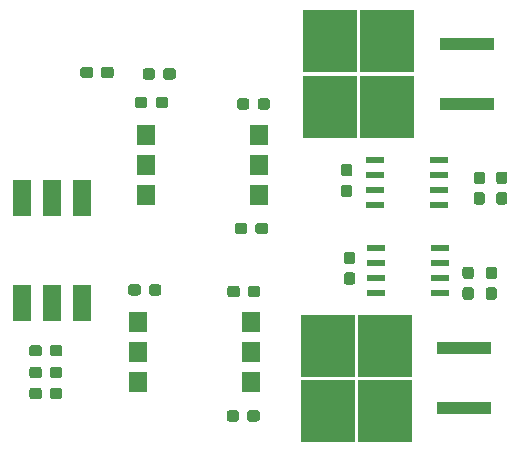
<source format=gbr>
G04 #@! TF.GenerationSoftware,KiCad,Pcbnew,5.0.0+dfsg1-2*
G04 #@! TF.CreationDate,2018-11-18T20:59:02-06:00*
G04 #@! TF.ProjectId,dimmer-2ch,64696D6D65722D3263682E6B69636164,rev?*
G04 #@! TF.SameCoordinates,Original*
G04 #@! TF.FileFunction,Paste,Top*
G04 #@! TF.FilePolarity,Positive*
%FSLAX46Y46*%
G04 Gerber Fmt 4.6, Leading zero omitted, Abs format (unit mm)*
G04 Created by KiCad (PCBNEW 5.0.0+dfsg1-2) date Sun Nov 18 20:59:02 2018*
%MOMM*%
%LPD*%
G01*
G04 APERTURE LIST*
%ADD10R,1.550000X0.600000*%
%ADD11R,4.550000X5.250000*%
%ADD12R,4.600000X1.100000*%
%ADD13R,1.600000X3.100000*%
%ADD14C,0.100000*%
%ADD15C,0.950000*%
%ADD16R,1.500000X1.780000*%
G04 APERTURE END LIST*
D10*
G04 #@! TO.C,U4*
X158780500Y-101155500D03*
X158780500Y-99885500D03*
X158780500Y-98615500D03*
X158780500Y-97345500D03*
X164180500Y-97345500D03*
X164180500Y-98615500D03*
X164180500Y-99885500D03*
X164180500Y-101155500D03*
G04 #@! TD*
D11*
G04 #@! TO.C,D2*
X159768500Y-87268000D03*
X154918500Y-92818000D03*
X159768500Y-92818000D03*
X154918500Y-87268000D03*
D12*
X166493500Y-87503000D03*
X166493500Y-92583000D03*
G04 #@! TD*
D10*
G04 #@! TO.C,U1*
X158844000Y-108585000D03*
X158844000Y-107315000D03*
X158844000Y-106045000D03*
X158844000Y-104775000D03*
X164244000Y-104775000D03*
X164244000Y-106045000D03*
X164244000Y-107315000D03*
X164244000Y-108585000D03*
G04 #@! TD*
D13*
G04 #@! TO.C,U3*
X133921500Y-109474000D03*
X128841500Y-100584000D03*
X131381500Y-109474000D03*
X131381500Y-100584000D03*
X128841500Y-109474000D03*
X133921500Y-100584000D03*
G04 #@! TD*
D14*
G04 #@! TO.C,C4*
G36*
X167837279Y-100060144D02*
X167860334Y-100063563D01*
X167882943Y-100069227D01*
X167904887Y-100077079D01*
X167925957Y-100087044D01*
X167945948Y-100099026D01*
X167964668Y-100112910D01*
X167981938Y-100128562D01*
X167997590Y-100145832D01*
X168011474Y-100164552D01*
X168023456Y-100184543D01*
X168033421Y-100205613D01*
X168041273Y-100227557D01*
X168046937Y-100250166D01*
X168050356Y-100273221D01*
X168051500Y-100296500D01*
X168051500Y-100871500D01*
X168050356Y-100894779D01*
X168046937Y-100917834D01*
X168041273Y-100940443D01*
X168033421Y-100962387D01*
X168023456Y-100983457D01*
X168011474Y-101003448D01*
X167997590Y-101022168D01*
X167981938Y-101039438D01*
X167964668Y-101055090D01*
X167945948Y-101068974D01*
X167925957Y-101080956D01*
X167904887Y-101090921D01*
X167882943Y-101098773D01*
X167860334Y-101104437D01*
X167837279Y-101107856D01*
X167814000Y-101109000D01*
X167339000Y-101109000D01*
X167315721Y-101107856D01*
X167292666Y-101104437D01*
X167270057Y-101098773D01*
X167248113Y-101090921D01*
X167227043Y-101080956D01*
X167207052Y-101068974D01*
X167188332Y-101055090D01*
X167171062Y-101039438D01*
X167155410Y-101022168D01*
X167141526Y-101003448D01*
X167129544Y-100983457D01*
X167119579Y-100962387D01*
X167111727Y-100940443D01*
X167106063Y-100917834D01*
X167102644Y-100894779D01*
X167101500Y-100871500D01*
X167101500Y-100296500D01*
X167102644Y-100273221D01*
X167106063Y-100250166D01*
X167111727Y-100227557D01*
X167119579Y-100205613D01*
X167129544Y-100184543D01*
X167141526Y-100164552D01*
X167155410Y-100145832D01*
X167171062Y-100128562D01*
X167188332Y-100112910D01*
X167207052Y-100099026D01*
X167227043Y-100087044D01*
X167248113Y-100077079D01*
X167270057Y-100069227D01*
X167292666Y-100063563D01*
X167315721Y-100060144D01*
X167339000Y-100059000D01*
X167814000Y-100059000D01*
X167837279Y-100060144D01*
X167837279Y-100060144D01*
G37*
D15*
X167576500Y-100584000D03*
D14*
G36*
X167837279Y-98310144D02*
X167860334Y-98313563D01*
X167882943Y-98319227D01*
X167904887Y-98327079D01*
X167925957Y-98337044D01*
X167945948Y-98349026D01*
X167964668Y-98362910D01*
X167981938Y-98378562D01*
X167997590Y-98395832D01*
X168011474Y-98414552D01*
X168023456Y-98434543D01*
X168033421Y-98455613D01*
X168041273Y-98477557D01*
X168046937Y-98500166D01*
X168050356Y-98523221D01*
X168051500Y-98546500D01*
X168051500Y-99121500D01*
X168050356Y-99144779D01*
X168046937Y-99167834D01*
X168041273Y-99190443D01*
X168033421Y-99212387D01*
X168023456Y-99233457D01*
X168011474Y-99253448D01*
X167997590Y-99272168D01*
X167981938Y-99289438D01*
X167964668Y-99305090D01*
X167945948Y-99318974D01*
X167925957Y-99330956D01*
X167904887Y-99340921D01*
X167882943Y-99348773D01*
X167860334Y-99354437D01*
X167837279Y-99357856D01*
X167814000Y-99359000D01*
X167339000Y-99359000D01*
X167315721Y-99357856D01*
X167292666Y-99354437D01*
X167270057Y-99348773D01*
X167248113Y-99340921D01*
X167227043Y-99330956D01*
X167207052Y-99318974D01*
X167188332Y-99305090D01*
X167171062Y-99289438D01*
X167155410Y-99272168D01*
X167141526Y-99253448D01*
X167129544Y-99233457D01*
X167119579Y-99212387D01*
X167111727Y-99190443D01*
X167106063Y-99167834D01*
X167102644Y-99144779D01*
X167101500Y-99121500D01*
X167101500Y-98546500D01*
X167102644Y-98523221D01*
X167106063Y-98500166D01*
X167111727Y-98477557D01*
X167119579Y-98455613D01*
X167129544Y-98434543D01*
X167141526Y-98414552D01*
X167155410Y-98395832D01*
X167171062Y-98378562D01*
X167188332Y-98362910D01*
X167207052Y-98349026D01*
X167227043Y-98337044D01*
X167248113Y-98327079D01*
X167270057Y-98319227D01*
X167292666Y-98313563D01*
X167315721Y-98310144D01*
X167339000Y-98309000D01*
X167814000Y-98309000D01*
X167837279Y-98310144D01*
X167837279Y-98310144D01*
G37*
D15*
X167576500Y-98834000D03*
G04 #@! TD*
D14*
G04 #@! TO.C,C3*
G36*
X156597779Y-97675144D02*
X156620834Y-97678563D01*
X156643443Y-97684227D01*
X156665387Y-97692079D01*
X156686457Y-97702044D01*
X156706448Y-97714026D01*
X156725168Y-97727910D01*
X156742438Y-97743562D01*
X156758090Y-97760832D01*
X156771974Y-97779552D01*
X156783956Y-97799543D01*
X156793921Y-97820613D01*
X156801773Y-97842557D01*
X156807437Y-97865166D01*
X156810856Y-97888221D01*
X156812000Y-97911500D01*
X156812000Y-98486500D01*
X156810856Y-98509779D01*
X156807437Y-98532834D01*
X156801773Y-98555443D01*
X156793921Y-98577387D01*
X156783956Y-98598457D01*
X156771974Y-98618448D01*
X156758090Y-98637168D01*
X156742438Y-98654438D01*
X156725168Y-98670090D01*
X156706448Y-98683974D01*
X156686457Y-98695956D01*
X156665387Y-98705921D01*
X156643443Y-98713773D01*
X156620834Y-98719437D01*
X156597779Y-98722856D01*
X156574500Y-98724000D01*
X156099500Y-98724000D01*
X156076221Y-98722856D01*
X156053166Y-98719437D01*
X156030557Y-98713773D01*
X156008613Y-98705921D01*
X155987543Y-98695956D01*
X155967552Y-98683974D01*
X155948832Y-98670090D01*
X155931562Y-98654438D01*
X155915910Y-98637168D01*
X155902026Y-98618448D01*
X155890044Y-98598457D01*
X155880079Y-98577387D01*
X155872227Y-98555443D01*
X155866563Y-98532834D01*
X155863144Y-98509779D01*
X155862000Y-98486500D01*
X155862000Y-97911500D01*
X155863144Y-97888221D01*
X155866563Y-97865166D01*
X155872227Y-97842557D01*
X155880079Y-97820613D01*
X155890044Y-97799543D01*
X155902026Y-97779552D01*
X155915910Y-97760832D01*
X155931562Y-97743562D01*
X155948832Y-97727910D01*
X155967552Y-97714026D01*
X155987543Y-97702044D01*
X156008613Y-97692079D01*
X156030557Y-97684227D01*
X156053166Y-97678563D01*
X156076221Y-97675144D01*
X156099500Y-97674000D01*
X156574500Y-97674000D01*
X156597779Y-97675144D01*
X156597779Y-97675144D01*
G37*
D15*
X156337000Y-98199000D03*
D14*
G36*
X156597779Y-99425144D02*
X156620834Y-99428563D01*
X156643443Y-99434227D01*
X156665387Y-99442079D01*
X156686457Y-99452044D01*
X156706448Y-99464026D01*
X156725168Y-99477910D01*
X156742438Y-99493562D01*
X156758090Y-99510832D01*
X156771974Y-99529552D01*
X156783956Y-99549543D01*
X156793921Y-99570613D01*
X156801773Y-99592557D01*
X156807437Y-99615166D01*
X156810856Y-99638221D01*
X156812000Y-99661500D01*
X156812000Y-100236500D01*
X156810856Y-100259779D01*
X156807437Y-100282834D01*
X156801773Y-100305443D01*
X156793921Y-100327387D01*
X156783956Y-100348457D01*
X156771974Y-100368448D01*
X156758090Y-100387168D01*
X156742438Y-100404438D01*
X156725168Y-100420090D01*
X156706448Y-100433974D01*
X156686457Y-100445956D01*
X156665387Y-100455921D01*
X156643443Y-100463773D01*
X156620834Y-100469437D01*
X156597779Y-100472856D01*
X156574500Y-100474000D01*
X156099500Y-100474000D01*
X156076221Y-100472856D01*
X156053166Y-100469437D01*
X156030557Y-100463773D01*
X156008613Y-100455921D01*
X155987543Y-100445956D01*
X155967552Y-100433974D01*
X155948832Y-100420090D01*
X155931562Y-100404438D01*
X155915910Y-100387168D01*
X155902026Y-100368448D01*
X155890044Y-100348457D01*
X155880079Y-100327387D01*
X155872227Y-100305443D01*
X155866563Y-100282834D01*
X155863144Y-100259779D01*
X155862000Y-100236500D01*
X155862000Y-99661500D01*
X155863144Y-99638221D01*
X155866563Y-99615166D01*
X155872227Y-99592557D01*
X155880079Y-99570613D01*
X155890044Y-99549543D01*
X155902026Y-99529552D01*
X155915910Y-99510832D01*
X155931562Y-99493562D01*
X155948832Y-99477910D01*
X155967552Y-99464026D01*
X155987543Y-99452044D01*
X156008613Y-99442079D01*
X156030557Y-99434227D01*
X156053166Y-99428563D01*
X156076221Y-99425144D01*
X156099500Y-99424000D01*
X156574500Y-99424000D01*
X156597779Y-99425144D01*
X156597779Y-99425144D01*
G37*
D15*
X156337000Y-99949000D03*
G04 #@! TD*
D14*
G04 #@! TO.C,C2*
G36*
X166884779Y-108110644D02*
X166907834Y-108114063D01*
X166930443Y-108119727D01*
X166952387Y-108127579D01*
X166973457Y-108137544D01*
X166993448Y-108149526D01*
X167012168Y-108163410D01*
X167029438Y-108179062D01*
X167045090Y-108196332D01*
X167058974Y-108215052D01*
X167070956Y-108235043D01*
X167080921Y-108256113D01*
X167088773Y-108278057D01*
X167094437Y-108300666D01*
X167097856Y-108323721D01*
X167099000Y-108347000D01*
X167099000Y-108922000D01*
X167097856Y-108945279D01*
X167094437Y-108968334D01*
X167088773Y-108990943D01*
X167080921Y-109012887D01*
X167070956Y-109033957D01*
X167058974Y-109053948D01*
X167045090Y-109072668D01*
X167029438Y-109089938D01*
X167012168Y-109105590D01*
X166993448Y-109119474D01*
X166973457Y-109131456D01*
X166952387Y-109141421D01*
X166930443Y-109149273D01*
X166907834Y-109154937D01*
X166884779Y-109158356D01*
X166861500Y-109159500D01*
X166386500Y-109159500D01*
X166363221Y-109158356D01*
X166340166Y-109154937D01*
X166317557Y-109149273D01*
X166295613Y-109141421D01*
X166274543Y-109131456D01*
X166254552Y-109119474D01*
X166235832Y-109105590D01*
X166218562Y-109089938D01*
X166202910Y-109072668D01*
X166189026Y-109053948D01*
X166177044Y-109033957D01*
X166167079Y-109012887D01*
X166159227Y-108990943D01*
X166153563Y-108968334D01*
X166150144Y-108945279D01*
X166149000Y-108922000D01*
X166149000Y-108347000D01*
X166150144Y-108323721D01*
X166153563Y-108300666D01*
X166159227Y-108278057D01*
X166167079Y-108256113D01*
X166177044Y-108235043D01*
X166189026Y-108215052D01*
X166202910Y-108196332D01*
X166218562Y-108179062D01*
X166235832Y-108163410D01*
X166254552Y-108149526D01*
X166274543Y-108137544D01*
X166295613Y-108127579D01*
X166317557Y-108119727D01*
X166340166Y-108114063D01*
X166363221Y-108110644D01*
X166386500Y-108109500D01*
X166861500Y-108109500D01*
X166884779Y-108110644D01*
X166884779Y-108110644D01*
G37*
D15*
X166624000Y-108634500D03*
D14*
G36*
X166884779Y-106360644D02*
X166907834Y-106364063D01*
X166930443Y-106369727D01*
X166952387Y-106377579D01*
X166973457Y-106387544D01*
X166993448Y-106399526D01*
X167012168Y-106413410D01*
X167029438Y-106429062D01*
X167045090Y-106446332D01*
X167058974Y-106465052D01*
X167070956Y-106485043D01*
X167080921Y-106506113D01*
X167088773Y-106528057D01*
X167094437Y-106550666D01*
X167097856Y-106573721D01*
X167099000Y-106597000D01*
X167099000Y-107172000D01*
X167097856Y-107195279D01*
X167094437Y-107218334D01*
X167088773Y-107240943D01*
X167080921Y-107262887D01*
X167070956Y-107283957D01*
X167058974Y-107303948D01*
X167045090Y-107322668D01*
X167029438Y-107339938D01*
X167012168Y-107355590D01*
X166993448Y-107369474D01*
X166973457Y-107381456D01*
X166952387Y-107391421D01*
X166930443Y-107399273D01*
X166907834Y-107404937D01*
X166884779Y-107408356D01*
X166861500Y-107409500D01*
X166386500Y-107409500D01*
X166363221Y-107408356D01*
X166340166Y-107404937D01*
X166317557Y-107399273D01*
X166295613Y-107391421D01*
X166274543Y-107381456D01*
X166254552Y-107369474D01*
X166235832Y-107355590D01*
X166218562Y-107339938D01*
X166202910Y-107322668D01*
X166189026Y-107303948D01*
X166177044Y-107283957D01*
X166167079Y-107262887D01*
X166159227Y-107240943D01*
X166153563Y-107218334D01*
X166150144Y-107195279D01*
X166149000Y-107172000D01*
X166149000Y-106597000D01*
X166150144Y-106573721D01*
X166153563Y-106550666D01*
X166159227Y-106528057D01*
X166167079Y-106506113D01*
X166177044Y-106485043D01*
X166189026Y-106465052D01*
X166202910Y-106446332D01*
X166218562Y-106429062D01*
X166235832Y-106413410D01*
X166254552Y-106399526D01*
X166274543Y-106387544D01*
X166295613Y-106377579D01*
X166317557Y-106369727D01*
X166340166Y-106364063D01*
X166363221Y-106360644D01*
X166386500Y-106359500D01*
X166861500Y-106359500D01*
X166884779Y-106360644D01*
X166884779Y-106360644D01*
G37*
D15*
X166624000Y-106884500D03*
G04 #@! TD*
D14*
G04 #@! TO.C,C1*
G36*
X156851779Y-105090644D02*
X156874834Y-105094063D01*
X156897443Y-105099727D01*
X156919387Y-105107579D01*
X156940457Y-105117544D01*
X156960448Y-105129526D01*
X156979168Y-105143410D01*
X156996438Y-105159062D01*
X157012090Y-105176332D01*
X157025974Y-105195052D01*
X157037956Y-105215043D01*
X157047921Y-105236113D01*
X157055773Y-105258057D01*
X157061437Y-105280666D01*
X157064856Y-105303721D01*
X157066000Y-105327000D01*
X157066000Y-105902000D01*
X157064856Y-105925279D01*
X157061437Y-105948334D01*
X157055773Y-105970943D01*
X157047921Y-105992887D01*
X157037956Y-106013957D01*
X157025974Y-106033948D01*
X157012090Y-106052668D01*
X156996438Y-106069938D01*
X156979168Y-106085590D01*
X156960448Y-106099474D01*
X156940457Y-106111456D01*
X156919387Y-106121421D01*
X156897443Y-106129273D01*
X156874834Y-106134937D01*
X156851779Y-106138356D01*
X156828500Y-106139500D01*
X156353500Y-106139500D01*
X156330221Y-106138356D01*
X156307166Y-106134937D01*
X156284557Y-106129273D01*
X156262613Y-106121421D01*
X156241543Y-106111456D01*
X156221552Y-106099474D01*
X156202832Y-106085590D01*
X156185562Y-106069938D01*
X156169910Y-106052668D01*
X156156026Y-106033948D01*
X156144044Y-106013957D01*
X156134079Y-105992887D01*
X156126227Y-105970943D01*
X156120563Y-105948334D01*
X156117144Y-105925279D01*
X156116000Y-105902000D01*
X156116000Y-105327000D01*
X156117144Y-105303721D01*
X156120563Y-105280666D01*
X156126227Y-105258057D01*
X156134079Y-105236113D01*
X156144044Y-105215043D01*
X156156026Y-105195052D01*
X156169910Y-105176332D01*
X156185562Y-105159062D01*
X156202832Y-105143410D01*
X156221552Y-105129526D01*
X156241543Y-105117544D01*
X156262613Y-105107579D01*
X156284557Y-105099727D01*
X156307166Y-105094063D01*
X156330221Y-105090644D01*
X156353500Y-105089500D01*
X156828500Y-105089500D01*
X156851779Y-105090644D01*
X156851779Y-105090644D01*
G37*
D15*
X156591000Y-105614500D03*
D14*
G36*
X156851779Y-106840644D02*
X156874834Y-106844063D01*
X156897443Y-106849727D01*
X156919387Y-106857579D01*
X156940457Y-106867544D01*
X156960448Y-106879526D01*
X156979168Y-106893410D01*
X156996438Y-106909062D01*
X157012090Y-106926332D01*
X157025974Y-106945052D01*
X157037956Y-106965043D01*
X157047921Y-106986113D01*
X157055773Y-107008057D01*
X157061437Y-107030666D01*
X157064856Y-107053721D01*
X157066000Y-107077000D01*
X157066000Y-107652000D01*
X157064856Y-107675279D01*
X157061437Y-107698334D01*
X157055773Y-107720943D01*
X157047921Y-107742887D01*
X157037956Y-107763957D01*
X157025974Y-107783948D01*
X157012090Y-107802668D01*
X156996438Y-107819938D01*
X156979168Y-107835590D01*
X156960448Y-107849474D01*
X156940457Y-107861456D01*
X156919387Y-107871421D01*
X156897443Y-107879273D01*
X156874834Y-107884937D01*
X156851779Y-107888356D01*
X156828500Y-107889500D01*
X156353500Y-107889500D01*
X156330221Y-107888356D01*
X156307166Y-107884937D01*
X156284557Y-107879273D01*
X156262613Y-107871421D01*
X156241543Y-107861456D01*
X156221552Y-107849474D01*
X156202832Y-107835590D01*
X156185562Y-107819938D01*
X156169910Y-107802668D01*
X156156026Y-107783948D01*
X156144044Y-107763957D01*
X156134079Y-107742887D01*
X156126227Y-107720943D01*
X156120563Y-107698334D01*
X156117144Y-107675279D01*
X156116000Y-107652000D01*
X156116000Y-107077000D01*
X156117144Y-107053721D01*
X156120563Y-107030666D01*
X156126227Y-107008057D01*
X156134079Y-106986113D01*
X156144044Y-106965043D01*
X156156026Y-106945052D01*
X156169910Y-106926332D01*
X156185562Y-106909062D01*
X156202832Y-106893410D01*
X156221552Y-106879526D01*
X156241543Y-106867544D01*
X156262613Y-106857579D01*
X156284557Y-106849727D01*
X156307166Y-106844063D01*
X156330221Y-106840644D01*
X156353500Y-106839500D01*
X156828500Y-106839500D01*
X156851779Y-106840644D01*
X156851779Y-106840644D01*
G37*
D15*
X156591000Y-107364500D03*
G04 #@! TD*
D14*
G04 #@! TO.C,R13*
G36*
X169742279Y-98310144D02*
X169765334Y-98313563D01*
X169787943Y-98319227D01*
X169809887Y-98327079D01*
X169830957Y-98337044D01*
X169850948Y-98349026D01*
X169869668Y-98362910D01*
X169886938Y-98378562D01*
X169902590Y-98395832D01*
X169916474Y-98414552D01*
X169928456Y-98434543D01*
X169938421Y-98455613D01*
X169946273Y-98477557D01*
X169951937Y-98500166D01*
X169955356Y-98523221D01*
X169956500Y-98546500D01*
X169956500Y-99121500D01*
X169955356Y-99144779D01*
X169951937Y-99167834D01*
X169946273Y-99190443D01*
X169938421Y-99212387D01*
X169928456Y-99233457D01*
X169916474Y-99253448D01*
X169902590Y-99272168D01*
X169886938Y-99289438D01*
X169869668Y-99305090D01*
X169850948Y-99318974D01*
X169830957Y-99330956D01*
X169809887Y-99340921D01*
X169787943Y-99348773D01*
X169765334Y-99354437D01*
X169742279Y-99357856D01*
X169719000Y-99359000D01*
X169244000Y-99359000D01*
X169220721Y-99357856D01*
X169197666Y-99354437D01*
X169175057Y-99348773D01*
X169153113Y-99340921D01*
X169132043Y-99330956D01*
X169112052Y-99318974D01*
X169093332Y-99305090D01*
X169076062Y-99289438D01*
X169060410Y-99272168D01*
X169046526Y-99253448D01*
X169034544Y-99233457D01*
X169024579Y-99212387D01*
X169016727Y-99190443D01*
X169011063Y-99167834D01*
X169007644Y-99144779D01*
X169006500Y-99121500D01*
X169006500Y-98546500D01*
X169007644Y-98523221D01*
X169011063Y-98500166D01*
X169016727Y-98477557D01*
X169024579Y-98455613D01*
X169034544Y-98434543D01*
X169046526Y-98414552D01*
X169060410Y-98395832D01*
X169076062Y-98378562D01*
X169093332Y-98362910D01*
X169112052Y-98349026D01*
X169132043Y-98337044D01*
X169153113Y-98327079D01*
X169175057Y-98319227D01*
X169197666Y-98313563D01*
X169220721Y-98310144D01*
X169244000Y-98309000D01*
X169719000Y-98309000D01*
X169742279Y-98310144D01*
X169742279Y-98310144D01*
G37*
D15*
X169481500Y-98834000D03*
D14*
G36*
X169742279Y-100060144D02*
X169765334Y-100063563D01*
X169787943Y-100069227D01*
X169809887Y-100077079D01*
X169830957Y-100087044D01*
X169850948Y-100099026D01*
X169869668Y-100112910D01*
X169886938Y-100128562D01*
X169902590Y-100145832D01*
X169916474Y-100164552D01*
X169928456Y-100184543D01*
X169938421Y-100205613D01*
X169946273Y-100227557D01*
X169951937Y-100250166D01*
X169955356Y-100273221D01*
X169956500Y-100296500D01*
X169956500Y-100871500D01*
X169955356Y-100894779D01*
X169951937Y-100917834D01*
X169946273Y-100940443D01*
X169938421Y-100962387D01*
X169928456Y-100983457D01*
X169916474Y-101003448D01*
X169902590Y-101022168D01*
X169886938Y-101039438D01*
X169869668Y-101055090D01*
X169850948Y-101068974D01*
X169830957Y-101080956D01*
X169809887Y-101090921D01*
X169787943Y-101098773D01*
X169765334Y-101104437D01*
X169742279Y-101107856D01*
X169719000Y-101109000D01*
X169244000Y-101109000D01*
X169220721Y-101107856D01*
X169197666Y-101104437D01*
X169175057Y-101098773D01*
X169153113Y-101090921D01*
X169132043Y-101080956D01*
X169112052Y-101068974D01*
X169093332Y-101055090D01*
X169076062Y-101039438D01*
X169060410Y-101022168D01*
X169046526Y-101003448D01*
X169034544Y-100983457D01*
X169024579Y-100962387D01*
X169016727Y-100940443D01*
X169011063Y-100917834D01*
X169007644Y-100894779D01*
X169006500Y-100871500D01*
X169006500Y-100296500D01*
X169007644Y-100273221D01*
X169011063Y-100250166D01*
X169016727Y-100227557D01*
X169024579Y-100205613D01*
X169034544Y-100184543D01*
X169046526Y-100164552D01*
X169060410Y-100145832D01*
X169076062Y-100128562D01*
X169093332Y-100112910D01*
X169112052Y-100099026D01*
X169132043Y-100087044D01*
X169153113Y-100077079D01*
X169175057Y-100069227D01*
X169197666Y-100063563D01*
X169220721Y-100060144D01*
X169244000Y-100059000D01*
X169719000Y-100059000D01*
X169742279Y-100060144D01*
X169742279Y-100060144D01*
G37*
D15*
X169481500Y-100584000D03*
G04 #@! TD*
D14*
G04 #@! TO.C,R11*
G36*
X147884779Y-92109144D02*
X147907834Y-92112563D01*
X147930443Y-92118227D01*
X147952387Y-92126079D01*
X147973457Y-92136044D01*
X147993448Y-92148026D01*
X148012168Y-92161910D01*
X148029438Y-92177562D01*
X148045090Y-92194832D01*
X148058974Y-92213552D01*
X148070956Y-92233543D01*
X148080921Y-92254613D01*
X148088773Y-92276557D01*
X148094437Y-92299166D01*
X148097856Y-92322221D01*
X148099000Y-92345500D01*
X148099000Y-92820500D01*
X148097856Y-92843779D01*
X148094437Y-92866834D01*
X148088773Y-92889443D01*
X148080921Y-92911387D01*
X148070956Y-92932457D01*
X148058974Y-92952448D01*
X148045090Y-92971168D01*
X148029438Y-92988438D01*
X148012168Y-93004090D01*
X147993448Y-93017974D01*
X147973457Y-93029956D01*
X147952387Y-93039921D01*
X147930443Y-93047773D01*
X147907834Y-93053437D01*
X147884779Y-93056856D01*
X147861500Y-93058000D01*
X147286500Y-93058000D01*
X147263221Y-93056856D01*
X147240166Y-93053437D01*
X147217557Y-93047773D01*
X147195613Y-93039921D01*
X147174543Y-93029956D01*
X147154552Y-93017974D01*
X147135832Y-93004090D01*
X147118562Y-92988438D01*
X147102910Y-92971168D01*
X147089026Y-92952448D01*
X147077044Y-92932457D01*
X147067079Y-92911387D01*
X147059227Y-92889443D01*
X147053563Y-92866834D01*
X147050144Y-92843779D01*
X147049000Y-92820500D01*
X147049000Y-92345500D01*
X147050144Y-92322221D01*
X147053563Y-92299166D01*
X147059227Y-92276557D01*
X147067079Y-92254613D01*
X147077044Y-92233543D01*
X147089026Y-92213552D01*
X147102910Y-92194832D01*
X147118562Y-92177562D01*
X147135832Y-92161910D01*
X147154552Y-92148026D01*
X147174543Y-92136044D01*
X147195613Y-92126079D01*
X147217557Y-92118227D01*
X147240166Y-92112563D01*
X147263221Y-92109144D01*
X147286500Y-92108000D01*
X147861500Y-92108000D01*
X147884779Y-92109144D01*
X147884779Y-92109144D01*
G37*
D15*
X147574000Y-92583000D03*
D14*
G36*
X149634779Y-92109144D02*
X149657834Y-92112563D01*
X149680443Y-92118227D01*
X149702387Y-92126079D01*
X149723457Y-92136044D01*
X149743448Y-92148026D01*
X149762168Y-92161910D01*
X149779438Y-92177562D01*
X149795090Y-92194832D01*
X149808974Y-92213552D01*
X149820956Y-92233543D01*
X149830921Y-92254613D01*
X149838773Y-92276557D01*
X149844437Y-92299166D01*
X149847856Y-92322221D01*
X149849000Y-92345500D01*
X149849000Y-92820500D01*
X149847856Y-92843779D01*
X149844437Y-92866834D01*
X149838773Y-92889443D01*
X149830921Y-92911387D01*
X149820956Y-92932457D01*
X149808974Y-92952448D01*
X149795090Y-92971168D01*
X149779438Y-92988438D01*
X149762168Y-93004090D01*
X149743448Y-93017974D01*
X149723457Y-93029956D01*
X149702387Y-93039921D01*
X149680443Y-93047773D01*
X149657834Y-93053437D01*
X149634779Y-93056856D01*
X149611500Y-93058000D01*
X149036500Y-93058000D01*
X149013221Y-93056856D01*
X148990166Y-93053437D01*
X148967557Y-93047773D01*
X148945613Y-93039921D01*
X148924543Y-93029956D01*
X148904552Y-93017974D01*
X148885832Y-93004090D01*
X148868562Y-92988438D01*
X148852910Y-92971168D01*
X148839026Y-92952448D01*
X148827044Y-92932457D01*
X148817079Y-92911387D01*
X148809227Y-92889443D01*
X148803563Y-92866834D01*
X148800144Y-92843779D01*
X148799000Y-92820500D01*
X148799000Y-92345500D01*
X148800144Y-92322221D01*
X148803563Y-92299166D01*
X148809227Y-92276557D01*
X148817079Y-92254613D01*
X148827044Y-92233543D01*
X148839026Y-92213552D01*
X148852910Y-92194832D01*
X148868562Y-92177562D01*
X148885832Y-92161910D01*
X148904552Y-92148026D01*
X148924543Y-92136044D01*
X148945613Y-92126079D01*
X148967557Y-92118227D01*
X148990166Y-92112563D01*
X149013221Y-92109144D01*
X149036500Y-92108000D01*
X149611500Y-92108000D01*
X149634779Y-92109144D01*
X149634779Y-92109144D01*
G37*
D15*
X149324000Y-92583000D03*
G04 #@! TD*
D14*
G04 #@! TO.C,R9*
G36*
X132059279Y-114842144D02*
X132082334Y-114845563D01*
X132104943Y-114851227D01*
X132126887Y-114859079D01*
X132147957Y-114869044D01*
X132167948Y-114881026D01*
X132186668Y-114894910D01*
X132203938Y-114910562D01*
X132219590Y-114927832D01*
X132233474Y-114946552D01*
X132245456Y-114966543D01*
X132255421Y-114987613D01*
X132263273Y-115009557D01*
X132268937Y-115032166D01*
X132272356Y-115055221D01*
X132273500Y-115078500D01*
X132273500Y-115553500D01*
X132272356Y-115576779D01*
X132268937Y-115599834D01*
X132263273Y-115622443D01*
X132255421Y-115644387D01*
X132245456Y-115665457D01*
X132233474Y-115685448D01*
X132219590Y-115704168D01*
X132203938Y-115721438D01*
X132186668Y-115737090D01*
X132167948Y-115750974D01*
X132147957Y-115762956D01*
X132126887Y-115772921D01*
X132104943Y-115780773D01*
X132082334Y-115786437D01*
X132059279Y-115789856D01*
X132036000Y-115791000D01*
X131461000Y-115791000D01*
X131437721Y-115789856D01*
X131414666Y-115786437D01*
X131392057Y-115780773D01*
X131370113Y-115772921D01*
X131349043Y-115762956D01*
X131329052Y-115750974D01*
X131310332Y-115737090D01*
X131293062Y-115721438D01*
X131277410Y-115704168D01*
X131263526Y-115685448D01*
X131251544Y-115665457D01*
X131241579Y-115644387D01*
X131233727Y-115622443D01*
X131228063Y-115599834D01*
X131224644Y-115576779D01*
X131223500Y-115553500D01*
X131223500Y-115078500D01*
X131224644Y-115055221D01*
X131228063Y-115032166D01*
X131233727Y-115009557D01*
X131241579Y-114987613D01*
X131251544Y-114966543D01*
X131263526Y-114946552D01*
X131277410Y-114927832D01*
X131293062Y-114910562D01*
X131310332Y-114894910D01*
X131329052Y-114881026D01*
X131349043Y-114869044D01*
X131370113Y-114859079D01*
X131392057Y-114851227D01*
X131414666Y-114845563D01*
X131437721Y-114842144D01*
X131461000Y-114841000D01*
X132036000Y-114841000D01*
X132059279Y-114842144D01*
X132059279Y-114842144D01*
G37*
D15*
X131748500Y-115316000D03*
D14*
G36*
X130309279Y-114842144D02*
X130332334Y-114845563D01*
X130354943Y-114851227D01*
X130376887Y-114859079D01*
X130397957Y-114869044D01*
X130417948Y-114881026D01*
X130436668Y-114894910D01*
X130453938Y-114910562D01*
X130469590Y-114927832D01*
X130483474Y-114946552D01*
X130495456Y-114966543D01*
X130505421Y-114987613D01*
X130513273Y-115009557D01*
X130518937Y-115032166D01*
X130522356Y-115055221D01*
X130523500Y-115078500D01*
X130523500Y-115553500D01*
X130522356Y-115576779D01*
X130518937Y-115599834D01*
X130513273Y-115622443D01*
X130505421Y-115644387D01*
X130495456Y-115665457D01*
X130483474Y-115685448D01*
X130469590Y-115704168D01*
X130453938Y-115721438D01*
X130436668Y-115737090D01*
X130417948Y-115750974D01*
X130397957Y-115762956D01*
X130376887Y-115772921D01*
X130354943Y-115780773D01*
X130332334Y-115786437D01*
X130309279Y-115789856D01*
X130286000Y-115791000D01*
X129711000Y-115791000D01*
X129687721Y-115789856D01*
X129664666Y-115786437D01*
X129642057Y-115780773D01*
X129620113Y-115772921D01*
X129599043Y-115762956D01*
X129579052Y-115750974D01*
X129560332Y-115737090D01*
X129543062Y-115721438D01*
X129527410Y-115704168D01*
X129513526Y-115685448D01*
X129501544Y-115665457D01*
X129491579Y-115644387D01*
X129483727Y-115622443D01*
X129478063Y-115599834D01*
X129474644Y-115576779D01*
X129473500Y-115553500D01*
X129473500Y-115078500D01*
X129474644Y-115055221D01*
X129478063Y-115032166D01*
X129483727Y-115009557D01*
X129491579Y-114987613D01*
X129501544Y-114966543D01*
X129513526Y-114946552D01*
X129527410Y-114927832D01*
X129543062Y-114910562D01*
X129560332Y-114894910D01*
X129579052Y-114881026D01*
X129599043Y-114869044D01*
X129620113Y-114859079D01*
X129642057Y-114851227D01*
X129664666Y-114845563D01*
X129687721Y-114842144D01*
X129711000Y-114841000D01*
X130286000Y-114841000D01*
X130309279Y-114842144D01*
X130309279Y-114842144D01*
G37*
D15*
X129998500Y-115316000D03*
G04 #@! TD*
D14*
G04 #@! TO.C,R8*
G36*
X130309279Y-116620144D02*
X130332334Y-116623563D01*
X130354943Y-116629227D01*
X130376887Y-116637079D01*
X130397957Y-116647044D01*
X130417948Y-116659026D01*
X130436668Y-116672910D01*
X130453938Y-116688562D01*
X130469590Y-116705832D01*
X130483474Y-116724552D01*
X130495456Y-116744543D01*
X130505421Y-116765613D01*
X130513273Y-116787557D01*
X130518937Y-116810166D01*
X130522356Y-116833221D01*
X130523500Y-116856500D01*
X130523500Y-117331500D01*
X130522356Y-117354779D01*
X130518937Y-117377834D01*
X130513273Y-117400443D01*
X130505421Y-117422387D01*
X130495456Y-117443457D01*
X130483474Y-117463448D01*
X130469590Y-117482168D01*
X130453938Y-117499438D01*
X130436668Y-117515090D01*
X130417948Y-117528974D01*
X130397957Y-117540956D01*
X130376887Y-117550921D01*
X130354943Y-117558773D01*
X130332334Y-117564437D01*
X130309279Y-117567856D01*
X130286000Y-117569000D01*
X129711000Y-117569000D01*
X129687721Y-117567856D01*
X129664666Y-117564437D01*
X129642057Y-117558773D01*
X129620113Y-117550921D01*
X129599043Y-117540956D01*
X129579052Y-117528974D01*
X129560332Y-117515090D01*
X129543062Y-117499438D01*
X129527410Y-117482168D01*
X129513526Y-117463448D01*
X129501544Y-117443457D01*
X129491579Y-117422387D01*
X129483727Y-117400443D01*
X129478063Y-117377834D01*
X129474644Y-117354779D01*
X129473500Y-117331500D01*
X129473500Y-116856500D01*
X129474644Y-116833221D01*
X129478063Y-116810166D01*
X129483727Y-116787557D01*
X129491579Y-116765613D01*
X129501544Y-116744543D01*
X129513526Y-116724552D01*
X129527410Y-116705832D01*
X129543062Y-116688562D01*
X129560332Y-116672910D01*
X129579052Y-116659026D01*
X129599043Y-116647044D01*
X129620113Y-116637079D01*
X129642057Y-116629227D01*
X129664666Y-116623563D01*
X129687721Y-116620144D01*
X129711000Y-116619000D01*
X130286000Y-116619000D01*
X130309279Y-116620144D01*
X130309279Y-116620144D01*
G37*
D15*
X129998500Y-117094000D03*
D14*
G36*
X132059279Y-116620144D02*
X132082334Y-116623563D01*
X132104943Y-116629227D01*
X132126887Y-116637079D01*
X132147957Y-116647044D01*
X132167948Y-116659026D01*
X132186668Y-116672910D01*
X132203938Y-116688562D01*
X132219590Y-116705832D01*
X132233474Y-116724552D01*
X132245456Y-116744543D01*
X132255421Y-116765613D01*
X132263273Y-116787557D01*
X132268937Y-116810166D01*
X132272356Y-116833221D01*
X132273500Y-116856500D01*
X132273500Y-117331500D01*
X132272356Y-117354779D01*
X132268937Y-117377834D01*
X132263273Y-117400443D01*
X132255421Y-117422387D01*
X132245456Y-117443457D01*
X132233474Y-117463448D01*
X132219590Y-117482168D01*
X132203938Y-117499438D01*
X132186668Y-117515090D01*
X132167948Y-117528974D01*
X132147957Y-117540956D01*
X132126887Y-117550921D01*
X132104943Y-117558773D01*
X132082334Y-117564437D01*
X132059279Y-117567856D01*
X132036000Y-117569000D01*
X131461000Y-117569000D01*
X131437721Y-117567856D01*
X131414666Y-117564437D01*
X131392057Y-117558773D01*
X131370113Y-117550921D01*
X131349043Y-117540956D01*
X131329052Y-117528974D01*
X131310332Y-117515090D01*
X131293062Y-117499438D01*
X131277410Y-117482168D01*
X131263526Y-117463448D01*
X131251544Y-117443457D01*
X131241579Y-117422387D01*
X131233727Y-117400443D01*
X131228063Y-117377834D01*
X131224644Y-117354779D01*
X131223500Y-117331500D01*
X131223500Y-116856500D01*
X131224644Y-116833221D01*
X131228063Y-116810166D01*
X131233727Y-116787557D01*
X131241579Y-116765613D01*
X131251544Y-116744543D01*
X131263526Y-116724552D01*
X131277410Y-116705832D01*
X131293062Y-116688562D01*
X131310332Y-116672910D01*
X131329052Y-116659026D01*
X131349043Y-116647044D01*
X131370113Y-116637079D01*
X131392057Y-116629227D01*
X131414666Y-116623563D01*
X131437721Y-116620144D01*
X131461000Y-116619000D01*
X132036000Y-116619000D01*
X132059279Y-116620144D01*
X132059279Y-116620144D01*
G37*
D15*
X131748500Y-117094000D03*
G04 #@! TD*
D14*
G04 #@! TO.C,R7*
G36*
X130309279Y-113000644D02*
X130332334Y-113004063D01*
X130354943Y-113009727D01*
X130376887Y-113017579D01*
X130397957Y-113027544D01*
X130417948Y-113039526D01*
X130436668Y-113053410D01*
X130453938Y-113069062D01*
X130469590Y-113086332D01*
X130483474Y-113105052D01*
X130495456Y-113125043D01*
X130505421Y-113146113D01*
X130513273Y-113168057D01*
X130518937Y-113190666D01*
X130522356Y-113213721D01*
X130523500Y-113237000D01*
X130523500Y-113712000D01*
X130522356Y-113735279D01*
X130518937Y-113758334D01*
X130513273Y-113780943D01*
X130505421Y-113802887D01*
X130495456Y-113823957D01*
X130483474Y-113843948D01*
X130469590Y-113862668D01*
X130453938Y-113879938D01*
X130436668Y-113895590D01*
X130417948Y-113909474D01*
X130397957Y-113921456D01*
X130376887Y-113931421D01*
X130354943Y-113939273D01*
X130332334Y-113944937D01*
X130309279Y-113948356D01*
X130286000Y-113949500D01*
X129711000Y-113949500D01*
X129687721Y-113948356D01*
X129664666Y-113944937D01*
X129642057Y-113939273D01*
X129620113Y-113931421D01*
X129599043Y-113921456D01*
X129579052Y-113909474D01*
X129560332Y-113895590D01*
X129543062Y-113879938D01*
X129527410Y-113862668D01*
X129513526Y-113843948D01*
X129501544Y-113823957D01*
X129491579Y-113802887D01*
X129483727Y-113780943D01*
X129478063Y-113758334D01*
X129474644Y-113735279D01*
X129473500Y-113712000D01*
X129473500Y-113237000D01*
X129474644Y-113213721D01*
X129478063Y-113190666D01*
X129483727Y-113168057D01*
X129491579Y-113146113D01*
X129501544Y-113125043D01*
X129513526Y-113105052D01*
X129527410Y-113086332D01*
X129543062Y-113069062D01*
X129560332Y-113053410D01*
X129579052Y-113039526D01*
X129599043Y-113027544D01*
X129620113Y-113017579D01*
X129642057Y-113009727D01*
X129664666Y-113004063D01*
X129687721Y-113000644D01*
X129711000Y-112999500D01*
X130286000Y-112999500D01*
X130309279Y-113000644D01*
X130309279Y-113000644D01*
G37*
D15*
X129998500Y-113474500D03*
D14*
G36*
X132059279Y-113000644D02*
X132082334Y-113004063D01*
X132104943Y-113009727D01*
X132126887Y-113017579D01*
X132147957Y-113027544D01*
X132167948Y-113039526D01*
X132186668Y-113053410D01*
X132203938Y-113069062D01*
X132219590Y-113086332D01*
X132233474Y-113105052D01*
X132245456Y-113125043D01*
X132255421Y-113146113D01*
X132263273Y-113168057D01*
X132268937Y-113190666D01*
X132272356Y-113213721D01*
X132273500Y-113237000D01*
X132273500Y-113712000D01*
X132272356Y-113735279D01*
X132268937Y-113758334D01*
X132263273Y-113780943D01*
X132255421Y-113802887D01*
X132245456Y-113823957D01*
X132233474Y-113843948D01*
X132219590Y-113862668D01*
X132203938Y-113879938D01*
X132186668Y-113895590D01*
X132167948Y-113909474D01*
X132147957Y-113921456D01*
X132126887Y-113931421D01*
X132104943Y-113939273D01*
X132082334Y-113944937D01*
X132059279Y-113948356D01*
X132036000Y-113949500D01*
X131461000Y-113949500D01*
X131437721Y-113948356D01*
X131414666Y-113944937D01*
X131392057Y-113939273D01*
X131370113Y-113931421D01*
X131349043Y-113921456D01*
X131329052Y-113909474D01*
X131310332Y-113895590D01*
X131293062Y-113879938D01*
X131277410Y-113862668D01*
X131263526Y-113843948D01*
X131251544Y-113823957D01*
X131241579Y-113802887D01*
X131233727Y-113780943D01*
X131228063Y-113758334D01*
X131224644Y-113735279D01*
X131223500Y-113712000D01*
X131223500Y-113237000D01*
X131224644Y-113213721D01*
X131228063Y-113190666D01*
X131233727Y-113168057D01*
X131241579Y-113146113D01*
X131251544Y-113125043D01*
X131263526Y-113105052D01*
X131277410Y-113086332D01*
X131293062Y-113069062D01*
X131310332Y-113053410D01*
X131329052Y-113039526D01*
X131349043Y-113027544D01*
X131370113Y-113017579D01*
X131392057Y-113009727D01*
X131414666Y-113004063D01*
X131437721Y-113000644D01*
X131461000Y-112999500D01*
X132036000Y-112999500D01*
X132059279Y-113000644D01*
X132059279Y-113000644D01*
G37*
D15*
X131748500Y-113474500D03*
G04 #@! TD*
D14*
G04 #@! TO.C,R6*
G36*
X136391279Y-89442144D02*
X136414334Y-89445563D01*
X136436943Y-89451227D01*
X136458887Y-89459079D01*
X136479957Y-89469044D01*
X136499948Y-89481026D01*
X136518668Y-89494910D01*
X136535938Y-89510562D01*
X136551590Y-89527832D01*
X136565474Y-89546552D01*
X136577456Y-89566543D01*
X136587421Y-89587613D01*
X136595273Y-89609557D01*
X136600937Y-89632166D01*
X136604356Y-89655221D01*
X136605500Y-89678500D01*
X136605500Y-90153500D01*
X136604356Y-90176779D01*
X136600937Y-90199834D01*
X136595273Y-90222443D01*
X136587421Y-90244387D01*
X136577456Y-90265457D01*
X136565474Y-90285448D01*
X136551590Y-90304168D01*
X136535938Y-90321438D01*
X136518668Y-90337090D01*
X136499948Y-90350974D01*
X136479957Y-90362956D01*
X136458887Y-90372921D01*
X136436943Y-90380773D01*
X136414334Y-90386437D01*
X136391279Y-90389856D01*
X136368000Y-90391000D01*
X135793000Y-90391000D01*
X135769721Y-90389856D01*
X135746666Y-90386437D01*
X135724057Y-90380773D01*
X135702113Y-90372921D01*
X135681043Y-90362956D01*
X135661052Y-90350974D01*
X135642332Y-90337090D01*
X135625062Y-90321438D01*
X135609410Y-90304168D01*
X135595526Y-90285448D01*
X135583544Y-90265457D01*
X135573579Y-90244387D01*
X135565727Y-90222443D01*
X135560063Y-90199834D01*
X135556644Y-90176779D01*
X135555500Y-90153500D01*
X135555500Y-89678500D01*
X135556644Y-89655221D01*
X135560063Y-89632166D01*
X135565727Y-89609557D01*
X135573579Y-89587613D01*
X135583544Y-89566543D01*
X135595526Y-89546552D01*
X135609410Y-89527832D01*
X135625062Y-89510562D01*
X135642332Y-89494910D01*
X135661052Y-89481026D01*
X135681043Y-89469044D01*
X135702113Y-89459079D01*
X135724057Y-89451227D01*
X135746666Y-89445563D01*
X135769721Y-89442144D01*
X135793000Y-89441000D01*
X136368000Y-89441000D01*
X136391279Y-89442144D01*
X136391279Y-89442144D01*
G37*
D15*
X136080500Y-89916000D03*
D14*
G36*
X134641279Y-89442144D02*
X134664334Y-89445563D01*
X134686943Y-89451227D01*
X134708887Y-89459079D01*
X134729957Y-89469044D01*
X134749948Y-89481026D01*
X134768668Y-89494910D01*
X134785938Y-89510562D01*
X134801590Y-89527832D01*
X134815474Y-89546552D01*
X134827456Y-89566543D01*
X134837421Y-89587613D01*
X134845273Y-89609557D01*
X134850937Y-89632166D01*
X134854356Y-89655221D01*
X134855500Y-89678500D01*
X134855500Y-90153500D01*
X134854356Y-90176779D01*
X134850937Y-90199834D01*
X134845273Y-90222443D01*
X134837421Y-90244387D01*
X134827456Y-90265457D01*
X134815474Y-90285448D01*
X134801590Y-90304168D01*
X134785938Y-90321438D01*
X134768668Y-90337090D01*
X134749948Y-90350974D01*
X134729957Y-90362956D01*
X134708887Y-90372921D01*
X134686943Y-90380773D01*
X134664334Y-90386437D01*
X134641279Y-90389856D01*
X134618000Y-90391000D01*
X134043000Y-90391000D01*
X134019721Y-90389856D01*
X133996666Y-90386437D01*
X133974057Y-90380773D01*
X133952113Y-90372921D01*
X133931043Y-90362956D01*
X133911052Y-90350974D01*
X133892332Y-90337090D01*
X133875062Y-90321438D01*
X133859410Y-90304168D01*
X133845526Y-90285448D01*
X133833544Y-90265457D01*
X133823579Y-90244387D01*
X133815727Y-90222443D01*
X133810063Y-90199834D01*
X133806644Y-90176779D01*
X133805500Y-90153500D01*
X133805500Y-89678500D01*
X133806644Y-89655221D01*
X133810063Y-89632166D01*
X133815727Y-89609557D01*
X133823579Y-89587613D01*
X133833544Y-89566543D01*
X133845526Y-89546552D01*
X133859410Y-89527832D01*
X133875062Y-89510562D01*
X133892332Y-89494910D01*
X133911052Y-89481026D01*
X133931043Y-89469044D01*
X133952113Y-89459079D01*
X133974057Y-89451227D01*
X133996666Y-89445563D01*
X134019721Y-89442144D01*
X134043000Y-89441000D01*
X134618000Y-89441000D01*
X134641279Y-89442144D01*
X134641279Y-89442144D01*
G37*
D15*
X134330500Y-89916000D03*
G04 #@! TD*
D14*
G04 #@! TO.C,R5*
G36*
X141647779Y-89569144D02*
X141670834Y-89572563D01*
X141693443Y-89578227D01*
X141715387Y-89586079D01*
X141736457Y-89596044D01*
X141756448Y-89608026D01*
X141775168Y-89621910D01*
X141792438Y-89637562D01*
X141808090Y-89654832D01*
X141821974Y-89673552D01*
X141833956Y-89693543D01*
X141843921Y-89714613D01*
X141851773Y-89736557D01*
X141857437Y-89759166D01*
X141860856Y-89782221D01*
X141862000Y-89805500D01*
X141862000Y-90280500D01*
X141860856Y-90303779D01*
X141857437Y-90326834D01*
X141851773Y-90349443D01*
X141843921Y-90371387D01*
X141833956Y-90392457D01*
X141821974Y-90412448D01*
X141808090Y-90431168D01*
X141792438Y-90448438D01*
X141775168Y-90464090D01*
X141756448Y-90477974D01*
X141736457Y-90489956D01*
X141715387Y-90499921D01*
X141693443Y-90507773D01*
X141670834Y-90513437D01*
X141647779Y-90516856D01*
X141624500Y-90518000D01*
X141049500Y-90518000D01*
X141026221Y-90516856D01*
X141003166Y-90513437D01*
X140980557Y-90507773D01*
X140958613Y-90499921D01*
X140937543Y-90489956D01*
X140917552Y-90477974D01*
X140898832Y-90464090D01*
X140881562Y-90448438D01*
X140865910Y-90431168D01*
X140852026Y-90412448D01*
X140840044Y-90392457D01*
X140830079Y-90371387D01*
X140822227Y-90349443D01*
X140816563Y-90326834D01*
X140813144Y-90303779D01*
X140812000Y-90280500D01*
X140812000Y-89805500D01*
X140813144Y-89782221D01*
X140816563Y-89759166D01*
X140822227Y-89736557D01*
X140830079Y-89714613D01*
X140840044Y-89693543D01*
X140852026Y-89673552D01*
X140865910Y-89654832D01*
X140881562Y-89637562D01*
X140898832Y-89621910D01*
X140917552Y-89608026D01*
X140937543Y-89596044D01*
X140958613Y-89586079D01*
X140980557Y-89578227D01*
X141003166Y-89572563D01*
X141026221Y-89569144D01*
X141049500Y-89568000D01*
X141624500Y-89568000D01*
X141647779Y-89569144D01*
X141647779Y-89569144D01*
G37*
D15*
X141337000Y-90043000D03*
D14*
G36*
X139897779Y-89569144D02*
X139920834Y-89572563D01*
X139943443Y-89578227D01*
X139965387Y-89586079D01*
X139986457Y-89596044D01*
X140006448Y-89608026D01*
X140025168Y-89621910D01*
X140042438Y-89637562D01*
X140058090Y-89654832D01*
X140071974Y-89673552D01*
X140083956Y-89693543D01*
X140093921Y-89714613D01*
X140101773Y-89736557D01*
X140107437Y-89759166D01*
X140110856Y-89782221D01*
X140112000Y-89805500D01*
X140112000Y-90280500D01*
X140110856Y-90303779D01*
X140107437Y-90326834D01*
X140101773Y-90349443D01*
X140093921Y-90371387D01*
X140083956Y-90392457D01*
X140071974Y-90412448D01*
X140058090Y-90431168D01*
X140042438Y-90448438D01*
X140025168Y-90464090D01*
X140006448Y-90477974D01*
X139986457Y-90489956D01*
X139965387Y-90499921D01*
X139943443Y-90507773D01*
X139920834Y-90513437D01*
X139897779Y-90516856D01*
X139874500Y-90518000D01*
X139299500Y-90518000D01*
X139276221Y-90516856D01*
X139253166Y-90513437D01*
X139230557Y-90507773D01*
X139208613Y-90499921D01*
X139187543Y-90489956D01*
X139167552Y-90477974D01*
X139148832Y-90464090D01*
X139131562Y-90448438D01*
X139115910Y-90431168D01*
X139102026Y-90412448D01*
X139090044Y-90392457D01*
X139080079Y-90371387D01*
X139072227Y-90349443D01*
X139066563Y-90326834D01*
X139063144Y-90303779D01*
X139062000Y-90280500D01*
X139062000Y-89805500D01*
X139063144Y-89782221D01*
X139066563Y-89759166D01*
X139072227Y-89736557D01*
X139080079Y-89714613D01*
X139090044Y-89693543D01*
X139102026Y-89673552D01*
X139115910Y-89654832D01*
X139131562Y-89637562D01*
X139148832Y-89621910D01*
X139167552Y-89608026D01*
X139187543Y-89596044D01*
X139208613Y-89586079D01*
X139230557Y-89578227D01*
X139253166Y-89572563D01*
X139276221Y-89569144D01*
X139299500Y-89568000D01*
X139874500Y-89568000D01*
X139897779Y-89569144D01*
X139897779Y-89569144D01*
G37*
D15*
X139587000Y-90043000D03*
G04 #@! TD*
D14*
G04 #@! TO.C,R4*
G36*
X168853279Y-106360644D02*
X168876334Y-106364063D01*
X168898943Y-106369727D01*
X168920887Y-106377579D01*
X168941957Y-106387544D01*
X168961948Y-106399526D01*
X168980668Y-106413410D01*
X168997938Y-106429062D01*
X169013590Y-106446332D01*
X169027474Y-106465052D01*
X169039456Y-106485043D01*
X169049421Y-106506113D01*
X169057273Y-106528057D01*
X169062937Y-106550666D01*
X169066356Y-106573721D01*
X169067500Y-106597000D01*
X169067500Y-107172000D01*
X169066356Y-107195279D01*
X169062937Y-107218334D01*
X169057273Y-107240943D01*
X169049421Y-107262887D01*
X169039456Y-107283957D01*
X169027474Y-107303948D01*
X169013590Y-107322668D01*
X168997938Y-107339938D01*
X168980668Y-107355590D01*
X168961948Y-107369474D01*
X168941957Y-107381456D01*
X168920887Y-107391421D01*
X168898943Y-107399273D01*
X168876334Y-107404937D01*
X168853279Y-107408356D01*
X168830000Y-107409500D01*
X168355000Y-107409500D01*
X168331721Y-107408356D01*
X168308666Y-107404937D01*
X168286057Y-107399273D01*
X168264113Y-107391421D01*
X168243043Y-107381456D01*
X168223052Y-107369474D01*
X168204332Y-107355590D01*
X168187062Y-107339938D01*
X168171410Y-107322668D01*
X168157526Y-107303948D01*
X168145544Y-107283957D01*
X168135579Y-107262887D01*
X168127727Y-107240943D01*
X168122063Y-107218334D01*
X168118644Y-107195279D01*
X168117500Y-107172000D01*
X168117500Y-106597000D01*
X168118644Y-106573721D01*
X168122063Y-106550666D01*
X168127727Y-106528057D01*
X168135579Y-106506113D01*
X168145544Y-106485043D01*
X168157526Y-106465052D01*
X168171410Y-106446332D01*
X168187062Y-106429062D01*
X168204332Y-106413410D01*
X168223052Y-106399526D01*
X168243043Y-106387544D01*
X168264113Y-106377579D01*
X168286057Y-106369727D01*
X168308666Y-106364063D01*
X168331721Y-106360644D01*
X168355000Y-106359500D01*
X168830000Y-106359500D01*
X168853279Y-106360644D01*
X168853279Y-106360644D01*
G37*
D15*
X168592500Y-106884500D03*
D14*
G36*
X168853279Y-108110644D02*
X168876334Y-108114063D01*
X168898943Y-108119727D01*
X168920887Y-108127579D01*
X168941957Y-108137544D01*
X168961948Y-108149526D01*
X168980668Y-108163410D01*
X168997938Y-108179062D01*
X169013590Y-108196332D01*
X169027474Y-108215052D01*
X169039456Y-108235043D01*
X169049421Y-108256113D01*
X169057273Y-108278057D01*
X169062937Y-108300666D01*
X169066356Y-108323721D01*
X169067500Y-108347000D01*
X169067500Y-108922000D01*
X169066356Y-108945279D01*
X169062937Y-108968334D01*
X169057273Y-108990943D01*
X169049421Y-109012887D01*
X169039456Y-109033957D01*
X169027474Y-109053948D01*
X169013590Y-109072668D01*
X168997938Y-109089938D01*
X168980668Y-109105590D01*
X168961948Y-109119474D01*
X168941957Y-109131456D01*
X168920887Y-109141421D01*
X168898943Y-109149273D01*
X168876334Y-109154937D01*
X168853279Y-109158356D01*
X168830000Y-109159500D01*
X168355000Y-109159500D01*
X168331721Y-109158356D01*
X168308666Y-109154937D01*
X168286057Y-109149273D01*
X168264113Y-109141421D01*
X168243043Y-109131456D01*
X168223052Y-109119474D01*
X168204332Y-109105590D01*
X168187062Y-109089938D01*
X168171410Y-109072668D01*
X168157526Y-109053948D01*
X168145544Y-109033957D01*
X168135579Y-109012887D01*
X168127727Y-108990943D01*
X168122063Y-108968334D01*
X168118644Y-108945279D01*
X168117500Y-108922000D01*
X168117500Y-108347000D01*
X168118644Y-108323721D01*
X168122063Y-108300666D01*
X168127727Y-108278057D01*
X168135579Y-108256113D01*
X168145544Y-108235043D01*
X168157526Y-108215052D01*
X168171410Y-108196332D01*
X168187062Y-108179062D01*
X168204332Y-108163410D01*
X168223052Y-108149526D01*
X168243043Y-108137544D01*
X168264113Y-108127579D01*
X168286057Y-108119727D01*
X168308666Y-108114063D01*
X168331721Y-108110644D01*
X168355000Y-108109500D01*
X168830000Y-108109500D01*
X168853279Y-108110644D01*
X168853279Y-108110644D01*
G37*
D15*
X168592500Y-108634500D03*
G04 #@! TD*
D14*
G04 #@! TO.C,R2*
G36*
X147073279Y-107984144D02*
X147096334Y-107987563D01*
X147118943Y-107993227D01*
X147140887Y-108001079D01*
X147161957Y-108011044D01*
X147181948Y-108023026D01*
X147200668Y-108036910D01*
X147217938Y-108052562D01*
X147233590Y-108069832D01*
X147247474Y-108088552D01*
X147259456Y-108108543D01*
X147269421Y-108129613D01*
X147277273Y-108151557D01*
X147282937Y-108174166D01*
X147286356Y-108197221D01*
X147287500Y-108220500D01*
X147287500Y-108695500D01*
X147286356Y-108718779D01*
X147282937Y-108741834D01*
X147277273Y-108764443D01*
X147269421Y-108786387D01*
X147259456Y-108807457D01*
X147247474Y-108827448D01*
X147233590Y-108846168D01*
X147217938Y-108863438D01*
X147200668Y-108879090D01*
X147181948Y-108892974D01*
X147161957Y-108904956D01*
X147140887Y-108914921D01*
X147118943Y-108922773D01*
X147096334Y-108928437D01*
X147073279Y-108931856D01*
X147050000Y-108933000D01*
X146475000Y-108933000D01*
X146451721Y-108931856D01*
X146428666Y-108928437D01*
X146406057Y-108922773D01*
X146384113Y-108914921D01*
X146363043Y-108904956D01*
X146343052Y-108892974D01*
X146324332Y-108879090D01*
X146307062Y-108863438D01*
X146291410Y-108846168D01*
X146277526Y-108827448D01*
X146265544Y-108807457D01*
X146255579Y-108786387D01*
X146247727Y-108764443D01*
X146242063Y-108741834D01*
X146238644Y-108718779D01*
X146237500Y-108695500D01*
X146237500Y-108220500D01*
X146238644Y-108197221D01*
X146242063Y-108174166D01*
X146247727Y-108151557D01*
X146255579Y-108129613D01*
X146265544Y-108108543D01*
X146277526Y-108088552D01*
X146291410Y-108069832D01*
X146307062Y-108052562D01*
X146324332Y-108036910D01*
X146343052Y-108023026D01*
X146363043Y-108011044D01*
X146384113Y-108001079D01*
X146406057Y-107993227D01*
X146428666Y-107987563D01*
X146451721Y-107984144D01*
X146475000Y-107983000D01*
X147050000Y-107983000D01*
X147073279Y-107984144D01*
X147073279Y-107984144D01*
G37*
D15*
X146762500Y-108458000D03*
D14*
G36*
X148823279Y-107984144D02*
X148846334Y-107987563D01*
X148868943Y-107993227D01*
X148890887Y-108001079D01*
X148911957Y-108011044D01*
X148931948Y-108023026D01*
X148950668Y-108036910D01*
X148967938Y-108052562D01*
X148983590Y-108069832D01*
X148997474Y-108088552D01*
X149009456Y-108108543D01*
X149019421Y-108129613D01*
X149027273Y-108151557D01*
X149032937Y-108174166D01*
X149036356Y-108197221D01*
X149037500Y-108220500D01*
X149037500Y-108695500D01*
X149036356Y-108718779D01*
X149032937Y-108741834D01*
X149027273Y-108764443D01*
X149019421Y-108786387D01*
X149009456Y-108807457D01*
X148997474Y-108827448D01*
X148983590Y-108846168D01*
X148967938Y-108863438D01*
X148950668Y-108879090D01*
X148931948Y-108892974D01*
X148911957Y-108904956D01*
X148890887Y-108914921D01*
X148868943Y-108922773D01*
X148846334Y-108928437D01*
X148823279Y-108931856D01*
X148800000Y-108933000D01*
X148225000Y-108933000D01*
X148201721Y-108931856D01*
X148178666Y-108928437D01*
X148156057Y-108922773D01*
X148134113Y-108914921D01*
X148113043Y-108904956D01*
X148093052Y-108892974D01*
X148074332Y-108879090D01*
X148057062Y-108863438D01*
X148041410Y-108846168D01*
X148027526Y-108827448D01*
X148015544Y-108807457D01*
X148005579Y-108786387D01*
X147997727Y-108764443D01*
X147992063Y-108741834D01*
X147988644Y-108718779D01*
X147987500Y-108695500D01*
X147987500Y-108220500D01*
X147988644Y-108197221D01*
X147992063Y-108174166D01*
X147997727Y-108151557D01*
X148005579Y-108129613D01*
X148015544Y-108108543D01*
X148027526Y-108088552D01*
X148041410Y-108069832D01*
X148057062Y-108052562D01*
X148074332Y-108036910D01*
X148093052Y-108023026D01*
X148113043Y-108011044D01*
X148134113Y-108001079D01*
X148156057Y-107993227D01*
X148178666Y-107987563D01*
X148201721Y-107984144D01*
X148225000Y-107983000D01*
X148800000Y-107983000D01*
X148823279Y-107984144D01*
X148823279Y-107984144D01*
G37*
D15*
X148512500Y-108458000D03*
G04 #@! TD*
D16*
G04 #@! TO.C,U5*
X148907500Y-95250000D03*
X139377500Y-100330000D03*
X148907500Y-97790000D03*
X139377500Y-97790000D03*
X148907500Y-100330000D03*
X139377500Y-95250000D03*
G04 #@! TD*
G04 #@! TO.C,U2*
X148207000Y-111088000D03*
X138677000Y-116168000D03*
X148207000Y-113628000D03*
X138677000Y-113628000D03*
X148207000Y-116168000D03*
X138677000Y-111088000D03*
G04 #@! TD*
D14*
G04 #@! TO.C,R12*
G36*
X147708279Y-102650144D02*
X147731334Y-102653563D01*
X147753943Y-102659227D01*
X147775887Y-102667079D01*
X147796957Y-102677044D01*
X147816948Y-102689026D01*
X147835668Y-102702910D01*
X147852938Y-102718562D01*
X147868590Y-102735832D01*
X147882474Y-102754552D01*
X147894456Y-102774543D01*
X147904421Y-102795613D01*
X147912273Y-102817557D01*
X147917937Y-102840166D01*
X147921356Y-102863221D01*
X147922500Y-102886500D01*
X147922500Y-103361500D01*
X147921356Y-103384779D01*
X147917937Y-103407834D01*
X147912273Y-103430443D01*
X147904421Y-103452387D01*
X147894456Y-103473457D01*
X147882474Y-103493448D01*
X147868590Y-103512168D01*
X147852938Y-103529438D01*
X147835668Y-103545090D01*
X147816948Y-103558974D01*
X147796957Y-103570956D01*
X147775887Y-103580921D01*
X147753943Y-103588773D01*
X147731334Y-103594437D01*
X147708279Y-103597856D01*
X147685000Y-103599000D01*
X147110000Y-103599000D01*
X147086721Y-103597856D01*
X147063666Y-103594437D01*
X147041057Y-103588773D01*
X147019113Y-103580921D01*
X146998043Y-103570956D01*
X146978052Y-103558974D01*
X146959332Y-103545090D01*
X146942062Y-103529438D01*
X146926410Y-103512168D01*
X146912526Y-103493448D01*
X146900544Y-103473457D01*
X146890579Y-103452387D01*
X146882727Y-103430443D01*
X146877063Y-103407834D01*
X146873644Y-103384779D01*
X146872500Y-103361500D01*
X146872500Y-102886500D01*
X146873644Y-102863221D01*
X146877063Y-102840166D01*
X146882727Y-102817557D01*
X146890579Y-102795613D01*
X146900544Y-102774543D01*
X146912526Y-102754552D01*
X146926410Y-102735832D01*
X146942062Y-102718562D01*
X146959332Y-102702910D01*
X146978052Y-102689026D01*
X146998043Y-102677044D01*
X147019113Y-102667079D01*
X147041057Y-102659227D01*
X147063666Y-102653563D01*
X147086721Y-102650144D01*
X147110000Y-102649000D01*
X147685000Y-102649000D01*
X147708279Y-102650144D01*
X147708279Y-102650144D01*
G37*
D15*
X147397500Y-103124000D03*
D14*
G36*
X149458279Y-102650144D02*
X149481334Y-102653563D01*
X149503943Y-102659227D01*
X149525887Y-102667079D01*
X149546957Y-102677044D01*
X149566948Y-102689026D01*
X149585668Y-102702910D01*
X149602938Y-102718562D01*
X149618590Y-102735832D01*
X149632474Y-102754552D01*
X149644456Y-102774543D01*
X149654421Y-102795613D01*
X149662273Y-102817557D01*
X149667937Y-102840166D01*
X149671356Y-102863221D01*
X149672500Y-102886500D01*
X149672500Y-103361500D01*
X149671356Y-103384779D01*
X149667937Y-103407834D01*
X149662273Y-103430443D01*
X149654421Y-103452387D01*
X149644456Y-103473457D01*
X149632474Y-103493448D01*
X149618590Y-103512168D01*
X149602938Y-103529438D01*
X149585668Y-103545090D01*
X149566948Y-103558974D01*
X149546957Y-103570956D01*
X149525887Y-103580921D01*
X149503943Y-103588773D01*
X149481334Y-103594437D01*
X149458279Y-103597856D01*
X149435000Y-103599000D01*
X148860000Y-103599000D01*
X148836721Y-103597856D01*
X148813666Y-103594437D01*
X148791057Y-103588773D01*
X148769113Y-103580921D01*
X148748043Y-103570956D01*
X148728052Y-103558974D01*
X148709332Y-103545090D01*
X148692062Y-103529438D01*
X148676410Y-103512168D01*
X148662526Y-103493448D01*
X148650544Y-103473457D01*
X148640579Y-103452387D01*
X148632727Y-103430443D01*
X148627063Y-103407834D01*
X148623644Y-103384779D01*
X148622500Y-103361500D01*
X148622500Y-102886500D01*
X148623644Y-102863221D01*
X148627063Y-102840166D01*
X148632727Y-102817557D01*
X148640579Y-102795613D01*
X148650544Y-102774543D01*
X148662526Y-102754552D01*
X148676410Y-102735832D01*
X148692062Y-102718562D01*
X148709332Y-102702910D01*
X148728052Y-102689026D01*
X148748043Y-102677044D01*
X148769113Y-102667079D01*
X148791057Y-102659227D01*
X148813666Y-102653563D01*
X148836721Y-102650144D01*
X148860000Y-102649000D01*
X149435000Y-102649000D01*
X149458279Y-102650144D01*
X149458279Y-102650144D01*
G37*
D15*
X149147500Y-103124000D03*
G04 #@! TD*
D14*
G04 #@! TO.C,R10*
G36*
X139262779Y-91982144D02*
X139285834Y-91985563D01*
X139308443Y-91991227D01*
X139330387Y-91999079D01*
X139351457Y-92009044D01*
X139371448Y-92021026D01*
X139390168Y-92034910D01*
X139407438Y-92050562D01*
X139423090Y-92067832D01*
X139436974Y-92086552D01*
X139448956Y-92106543D01*
X139458921Y-92127613D01*
X139466773Y-92149557D01*
X139472437Y-92172166D01*
X139475856Y-92195221D01*
X139477000Y-92218500D01*
X139477000Y-92693500D01*
X139475856Y-92716779D01*
X139472437Y-92739834D01*
X139466773Y-92762443D01*
X139458921Y-92784387D01*
X139448956Y-92805457D01*
X139436974Y-92825448D01*
X139423090Y-92844168D01*
X139407438Y-92861438D01*
X139390168Y-92877090D01*
X139371448Y-92890974D01*
X139351457Y-92902956D01*
X139330387Y-92912921D01*
X139308443Y-92920773D01*
X139285834Y-92926437D01*
X139262779Y-92929856D01*
X139239500Y-92931000D01*
X138664500Y-92931000D01*
X138641221Y-92929856D01*
X138618166Y-92926437D01*
X138595557Y-92920773D01*
X138573613Y-92912921D01*
X138552543Y-92902956D01*
X138532552Y-92890974D01*
X138513832Y-92877090D01*
X138496562Y-92861438D01*
X138480910Y-92844168D01*
X138467026Y-92825448D01*
X138455044Y-92805457D01*
X138445079Y-92784387D01*
X138437227Y-92762443D01*
X138431563Y-92739834D01*
X138428144Y-92716779D01*
X138427000Y-92693500D01*
X138427000Y-92218500D01*
X138428144Y-92195221D01*
X138431563Y-92172166D01*
X138437227Y-92149557D01*
X138445079Y-92127613D01*
X138455044Y-92106543D01*
X138467026Y-92086552D01*
X138480910Y-92067832D01*
X138496562Y-92050562D01*
X138513832Y-92034910D01*
X138532552Y-92021026D01*
X138552543Y-92009044D01*
X138573613Y-91999079D01*
X138595557Y-91991227D01*
X138618166Y-91985563D01*
X138641221Y-91982144D01*
X138664500Y-91981000D01*
X139239500Y-91981000D01*
X139262779Y-91982144D01*
X139262779Y-91982144D01*
G37*
D15*
X138952000Y-92456000D03*
D14*
G36*
X141012779Y-91982144D02*
X141035834Y-91985563D01*
X141058443Y-91991227D01*
X141080387Y-91999079D01*
X141101457Y-92009044D01*
X141121448Y-92021026D01*
X141140168Y-92034910D01*
X141157438Y-92050562D01*
X141173090Y-92067832D01*
X141186974Y-92086552D01*
X141198956Y-92106543D01*
X141208921Y-92127613D01*
X141216773Y-92149557D01*
X141222437Y-92172166D01*
X141225856Y-92195221D01*
X141227000Y-92218500D01*
X141227000Y-92693500D01*
X141225856Y-92716779D01*
X141222437Y-92739834D01*
X141216773Y-92762443D01*
X141208921Y-92784387D01*
X141198956Y-92805457D01*
X141186974Y-92825448D01*
X141173090Y-92844168D01*
X141157438Y-92861438D01*
X141140168Y-92877090D01*
X141121448Y-92890974D01*
X141101457Y-92902956D01*
X141080387Y-92912921D01*
X141058443Y-92920773D01*
X141035834Y-92926437D01*
X141012779Y-92929856D01*
X140989500Y-92931000D01*
X140414500Y-92931000D01*
X140391221Y-92929856D01*
X140368166Y-92926437D01*
X140345557Y-92920773D01*
X140323613Y-92912921D01*
X140302543Y-92902956D01*
X140282552Y-92890974D01*
X140263832Y-92877090D01*
X140246562Y-92861438D01*
X140230910Y-92844168D01*
X140217026Y-92825448D01*
X140205044Y-92805457D01*
X140195079Y-92784387D01*
X140187227Y-92762443D01*
X140181563Y-92739834D01*
X140178144Y-92716779D01*
X140177000Y-92693500D01*
X140177000Y-92218500D01*
X140178144Y-92195221D01*
X140181563Y-92172166D01*
X140187227Y-92149557D01*
X140195079Y-92127613D01*
X140205044Y-92106543D01*
X140217026Y-92086552D01*
X140230910Y-92067832D01*
X140246562Y-92050562D01*
X140263832Y-92034910D01*
X140282552Y-92021026D01*
X140302543Y-92009044D01*
X140323613Y-91999079D01*
X140345557Y-91991227D01*
X140368166Y-91985563D01*
X140391221Y-91982144D01*
X140414500Y-91981000D01*
X140989500Y-91981000D01*
X141012779Y-91982144D01*
X141012779Y-91982144D01*
G37*
D15*
X140702000Y-92456000D03*
G04 #@! TD*
D14*
G04 #@! TO.C,R3*
G36*
X147009779Y-118525144D02*
X147032834Y-118528563D01*
X147055443Y-118534227D01*
X147077387Y-118542079D01*
X147098457Y-118552044D01*
X147118448Y-118564026D01*
X147137168Y-118577910D01*
X147154438Y-118593562D01*
X147170090Y-118610832D01*
X147183974Y-118629552D01*
X147195956Y-118649543D01*
X147205921Y-118670613D01*
X147213773Y-118692557D01*
X147219437Y-118715166D01*
X147222856Y-118738221D01*
X147224000Y-118761500D01*
X147224000Y-119236500D01*
X147222856Y-119259779D01*
X147219437Y-119282834D01*
X147213773Y-119305443D01*
X147205921Y-119327387D01*
X147195956Y-119348457D01*
X147183974Y-119368448D01*
X147170090Y-119387168D01*
X147154438Y-119404438D01*
X147137168Y-119420090D01*
X147118448Y-119433974D01*
X147098457Y-119445956D01*
X147077387Y-119455921D01*
X147055443Y-119463773D01*
X147032834Y-119469437D01*
X147009779Y-119472856D01*
X146986500Y-119474000D01*
X146411500Y-119474000D01*
X146388221Y-119472856D01*
X146365166Y-119469437D01*
X146342557Y-119463773D01*
X146320613Y-119455921D01*
X146299543Y-119445956D01*
X146279552Y-119433974D01*
X146260832Y-119420090D01*
X146243562Y-119404438D01*
X146227910Y-119387168D01*
X146214026Y-119368448D01*
X146202044Y-119348457D01*
X146192079Y-119327387D01*
X146184227Y-119305443D01*
X146178563Y-119282834D01*
X146175144Y-119259779D01*
X146174000Y-119236500D01*
X146174000Y-118761500D01*
X146175144Y-118738221D01*
X146178563Y-118715166D01*
X146184227Y-118692557D01*
X146192079Y-118670613D01*
X146202044Y-118649543D01*
X146214026Y-118629552D01*
X146227910Y-118610832D01*
X146243562Y-118593562D01*
X146260832Y-118577910D01*
X146279552Y-118564026D01*
X146299543Y-118552044D01*
X146320613Y-118542079D01*
X146342557Y-118534227D01*
X146365166Y-118528563D01*
X146388221Y-118525144D01*
X146411500Y-118524000D01*
X146986500Y-118524000D01*
X147009779Y-118525144D01*
X147009779Y-118525144D01*
G37*
D15*
X146699000Y-118999000D03*
D14*
G36*
X148759779Y-118525144D02*
X148782834Y-118528563D01*
X148805443Y-118534227D01*
X148827387Y-118542079D01*
X148848457Y-118552044D01*
X148868448Y-118564026D01*
X148887168Y-118577910D01*
X148904438Y-118593562D01*
X148920090Y-118610832D01*
X148933974Y-118629552D01*
X148945956Y-118649543D01*
X148955921Y-118670613D01*
X148963773Y-118692557D01*
X148969437Y-118715166D01*
X148972856Y-118738221D01*
X148974000Y-118761500D01*
X148974000Y-119236500D01*
X148972856Y-119259779D01*
X148969437Y-119282834D01*
X148963773Y-119305443D01*
X148955921Y-119327387D01*
X148945956Y-119348457D01*
X148933974Y-119368448D01*
X148920090Y-119387168D01*
X148904438Y-119404438D01*
X148887168Y-119420090D01*
X148868448Y-119433974D01*
X148848457Y-119445956D01*
X148827387Y-119455921D01*
X148805443Y-119463773D01*
X148782834Y-119469437D01*
X148759779Y-119472856D01*
X148736500Y-119474000D01*
X148161500Y-119474000D01*
X148138221Y-119472856D01*
X148115166Y-119469437D01*
X148092557Y-119463773D01*
X148070613Y-119455921D01*
X148049543Y-119445956D01*
X148029552Y-119433974D01*
X148010832Y-119420090D01*
X147993562Y-119404438D01*
X147977910Y-119387168D01*
X147964026Y-119368448D01*
X147952044Y-119348457D01*
X147942079Y-119327387D01*
X147934227Y-119305443D01*
X147928563Y-119282834D01*
X147925144Y-119259779D01*
X147924000Y-119236500D01*
X147924000Y-118761500D01*
X147925144Y-118738221D01*
X147928563Y-118715166D01*
X147934227Y-118692557D01*
X147942079Y-118670613D01*
X147952044Y-118649543D01*
X147964026Y-118629552D01*
X147977910Y-118610832D01*
X147993562Y-118593562D01*
X148010832Y-118577910D01*
X148029552Y-118564026D01*
X148049543Y-118552044D01*
X148070613Y-118542079D01*
X148092557Y-118534227D01*
X148115166Y-118528563D01*
X148138221Y-118525144D01*
X148161500Y-118524000D01*
X148736500Y-118524000D01*
X148759779Y-118525144D01*
X148759779Y-118525144D01*
G37*
D15*
X148449000Y-118999000D03*
G04 #@! TD*
D14*
G04 #@! TO.C,R1*
G36*
X138691279Y-107857144D02*
X138714334Y-107860563D01*
X138736943Y-107866227D01*
X138758887Y-107874079D01*
X138779957Y-107884044D01*
X138799948Y-107896026D01*
X138818668Y-107909910D01*
X138835938Y-107925562D01*
X138851590Y-107942832D01*
X138865474Y-107961552D01*
X138877456Y-107981543D01*
X138887421Y-108002613D01*
X138895273Y-108024557D01*
X138900937Y-108047166D01*
X138904356Y-108070221D01*
X138905500Y-108093500D01*
X138905500Y-108568500D01*
X138904356Y-108591779D01*
X138900937Y-108614834D01*
X138895273Y-108637443D01*
X138887421Y-108659387D01*
X138877456Y-108680457D01*
X138865474Y-108700448D01*
X138851590Y-108719168D01*
X138835938Y-108736438D01*
X138818668Y-108752090D01*
X138799948Y-108765974D01*
X138779957Y-108777956D01*
X138758887Y-108787921D01*
X138736943Y-108795773D01*
X138714334Y-108801437D01*
X138691279Y-108804856D01*
X138668000Y-108806000D01*
X138093000Y-108806000D01*
X138069721Y-108804856D01*
X138046666Y-108801437D01*
X138024057Y-108795773D01*
X138002113Y-108787921D01*
X137981043Y-108777956D01*
X137961052Y-108765974D01*
X137942332Y-108752090D01*
X137925062Y-108736438D01*
X137909410Y-108719168D01*
X137895526Y-108700448D01*
X137883544Y-108680457D01*
X137873579Y-108659387D01*
X137865727Y-108637443D01*
X137860063Y-108614834D01*
X137856644Y-108591779D01*
X137855500Y-108568500D01*
X137855500Y-108093500D01*
X137856644Y-108070221D01*
X137860063Y-108047166D01*
X137865727Y-108024557D01*
X137873579Y-108002613D01*
X137883544Y-107981543D01*
X137895526Y-107961552D01*
X137909410Y-107942832D01*
X137925062Y-107925562D01*
X137942332Y-107909910D01*
X137961052Y-107896026D01*
X137981043Y-107884044D01*
X138002113Y-107874079D01*
X138024057Y-107866227D01*
X138046666Y-107860563D01*
X138069721Y-107857144D01*
X138093000Y-107856000D01*
X138668000Y-107856000D01*
X138691279Y-107857144D01*
X138691279Y-107857144D01*
G37*
D15*
X138380500Y-108331000D03*
D14*
G36*
X140441279Y-107857144D02*
X140464334Y-107860563D01*
X140486943Y-107866227D01*
X140508887Y-107874079D01*
X140529957Y-107884044D01*
X140549948Y-107896026D01*
X140568668Y-107909910D01*
X140585938Y-107925562D01*
X140601590Y-107942832D01*
X140615474Y-107961552D01*
X140627456Y-107981543D01*
X140637421Y-108002613D01*
X140645273Y-108024557D01*
X140650937Y-108047166D01*
X140654356Y-108070221D01*
X140655500Y-108093500D01*
X140655500Y-108568500D01*
X140654356Y-108591779D01*
X140650937Y-108614834D01*
X140645273Y-108637443D01*
X140637421Y-108659387D01*
X140627456Y-108680457D01*
X140615474Y-108700448D01*
X140601590Y-108719168D01*
X140585938Y-108736438D01*
X140568668Y-108752090D01*
X140549948Y-108765974D01*
X140529957Y-108777956D01*
X140508887Y-108787921D01*
X140486943Y-108795773D01*
X140464334Y-108801437D01*
X140441279Y-108804856D01*
X140418000Y-108806000D01*
X139843000Y-108806000D01*
X139819721Y-108804856D01*
X139796666Y-108801437D01*
X139774057Y-108795773D01*
X139752113Y-108787921D01*
X139731043Y-108777956D01*
X139711052Y-108765974D01*
X139692332Y-108752090D01*
X139675062Y-108736438D01*
X139659410Y-108719168D01*
X139645526Y-108700448D01*
X139633544Y-108680457D01*
X139623579Y-108659387D01*
X139615727Y-108637443D01*
X139610063Y-108614834D01*
X139606644Y-108591779D01*
X139605500Y-108568500D01*
X139605500Y-108093500D01*
X139606644Y-108070221D01*
X139610063Y-108047166D01*
X139615727Y-108024557D01*
X139623579Y-108002613D01*
X139633544Y-107981543D01*
X139645526Y-107961552D01*
X139659410Y-107942832D01*
X139675062Y-107925562D01*
X139692332Y-107909910D01*
X139711052Y-107896026D01*
X139731043Y-107884044D01*
X139752113Y-107874079D01*
X139774057Y-107866227D01*
X139796666Y-107860563D01*
X139819721Y-107857144D01*
X139843000Y-107856000D01*
X140418000Y-107856000D01*
X140441279Y-107857144D01*
X140441279Y-107857144D01*
G37*
D15*
X140130500Y-108331000D03*
G04 #@! TD*
D11*
G04 #@! TO.C,D1*
X159578000Y-113049000D03*
X154728000Y-118599000D03*
X159578000Y-118599000D03*
X154728000Y-113049000D03*
D12*
X166303000Y-113284000D03*
X166303000Y-118364000D03*
G04 #@! TD*
M02*

</source>
